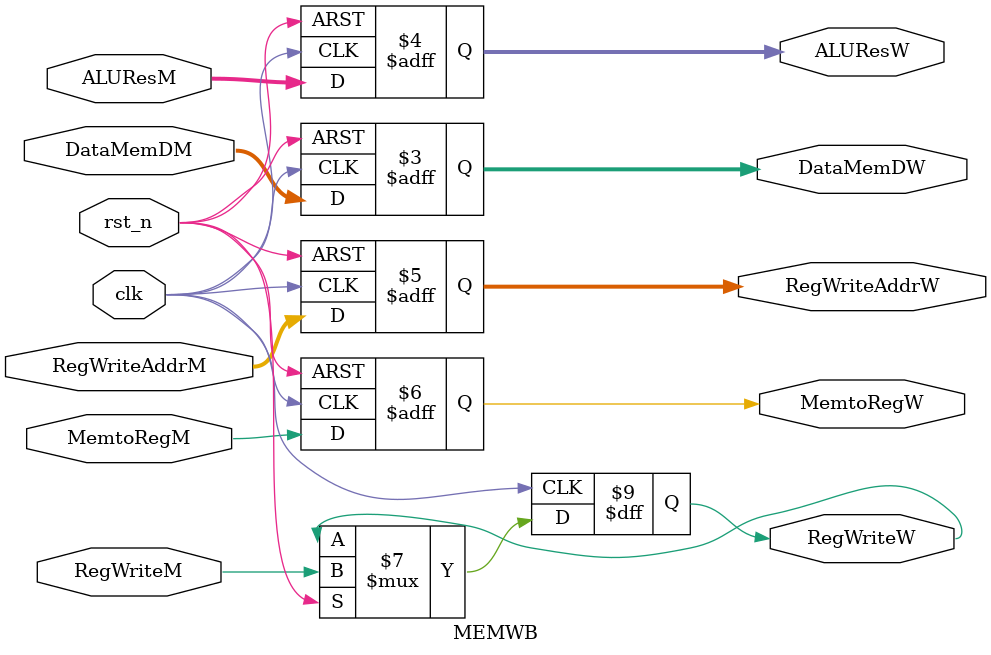
<source format=v>
`timescale 1ns / 1ps
module MEMWB(
input clk,
input rst_n,
input [31:0] DataMemDM,
input [31:0] ALUResM,
input [4:0] RegWriteAddrM,
output reg [31:0] DataMemDW,
output reg [31:0] ALUResW,
output reg [4:0] RegWriteAddrW,
// control signals
input MemtoRegM,
input RegWriteM,
output reg MemtoRegW,
output reg RegWriteW
);

always@(posedge clk or negedge rst_n) begin
	if(~rst_n) begin
		DataMemDW <= 0; ALUResW <= 0; RegWriteAddrW <= 0; MemtoRegW <= 0;
	end
	else begin
		DataMemDW <= DataMemDM;
		ALUResW <= ALUResM;
		RegWriteAddrW <= RegWriteAddrM;
		// control signals
		MemtoRegW <= MemtoRegM;
		RegWriteW <= RegWriteM;
	end
end

endmodule

</source>
